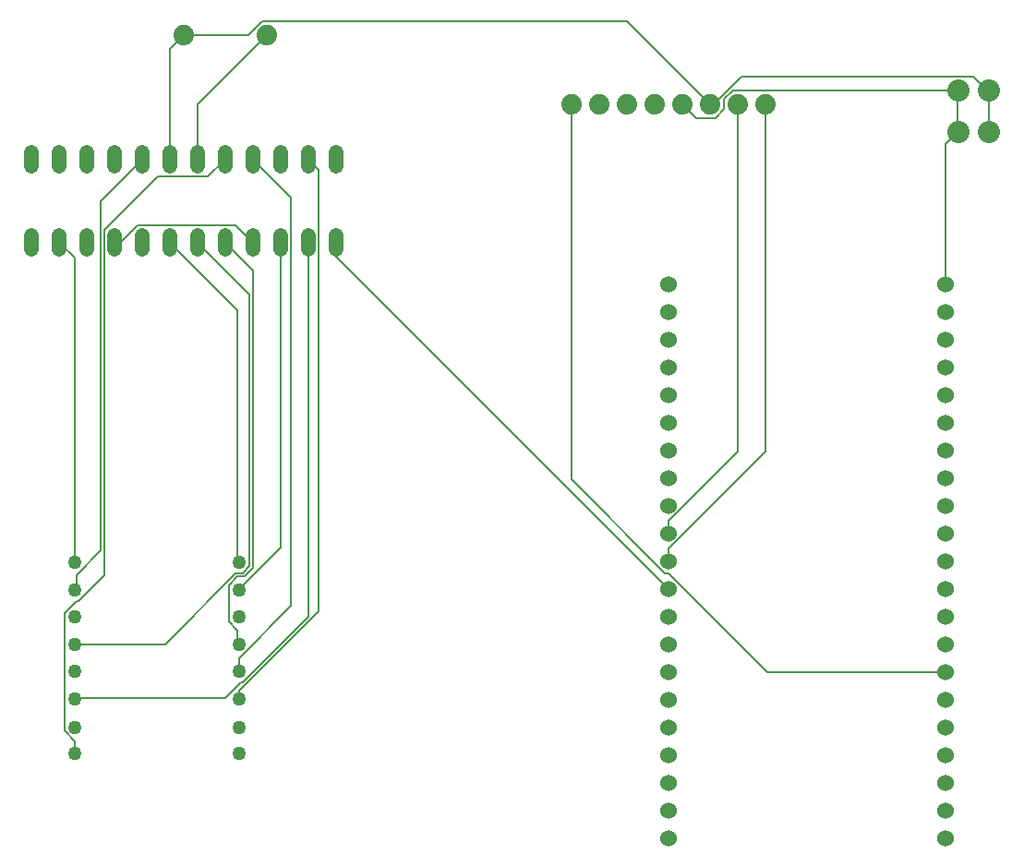
<source format=gbr>
G04 EAGLE Gerber RS-274X export*
G75*
%MOMM*%
%FSLAX34Y34*%
%LPD*%
%INTop Copper*%
%IPPOS*%
%AMOC8*
5,1,8,0,0,1.08239X$1,22.5*%
G01*
%ADD10C,1.320800*%
%ADD11C,1.879600*%
%ADD12C,1.270000*%
%ADD13C,1.530000*%
%ADD14C,2.032000*%
%ADD15C,0.152400*%


D10*
X88900Y564896D02*
X88900Y578104D01*
X114300Y578104D02*
X114300Y564896D01*
X139700Y564896D02*
X139700Y578104D01*
X165100Y578104D02*
X165100Y564896D01*
X190500Y564896D02*
X190500Y578104D01*
X215900Y578104D02*
X215900Y564896D01*
X241300Y564896D02*
X241300Y578104D01*
X266700Y578104D02*
X266700Y564896D01*
X292100Y564896D02*
X292100Y578104D01*
X317500Y578104D02*
X317500Y564896D01*
X342900Y564896D02*
X342900Y578104D01*
X368300Y578104D02*
X368300Y564896D01*
X368300Y641096D02*
X368300Y654304D01*
X342900Y654304D02*
X342900Y641096D01*
X317500Y641096D02*
X317500Y654304D01*
X292100Y654304D02*
X292100Y641096D01*
X266700Y641096D02*
X266700Y654304D01*
X241300Y654304D02*
X241300Y641096D01*
X215900Y641096D02*
X215900Y654304D01*
X190500Y654304D02*
X190500Y641096D01*
X165100Y641096D02*
X165100Y654304D01*
X139700Y654304D02*
X139700Y641096D01*
X114300Y641096D02*
X114300Y654304D01*
X88900Y654304D02*
X88900Y641096D01*
D11*
X584200Y698500D03*
X609600Y698500D03*
X635000Y698500D03*
X660400Y698500D03*
X685800Y698500D03*
X711200Y698500D03*
X736600Y698500D03*
X762000Y698500D03*
X228600Y762000D03*
X304800Y762000D03*
D12*
X278800Y102900D03*
X278800Y126900D03*
X278800Y152900D03*
X278800Y177900D03*
X278800Y202900D03*
X278800Y227900D03*
X278800Y252900D03*
X278800Y277900D03*
X128800Y102900D03*
X128800Y126900D03*
X128800Y152900D03*
X128800Y177900D03*
X128800Y202900D03*
X128800Y227900D03*
X128800Y252900D03*
X128800Y277900D03*
D13*
X673100Y279400D03*
X673100Y304800D03*
X673100Y330200D03*
X673100Y355600D03*
X673100Y381000D03*
X673100Y406400D03*
X673100Y431800D03*
X673100Y457200D03*
X673100Y482600D03*
X673100Y508000D03*
X673100Y533400D03*
X673100Y25400D03*
X673100Y50800D03*
X673100Y76200D03*
X673100Y101600D03*
X673100Y127000D03*
X673100Y152400D03*
X673100Y177800D03*
X673100Y203200D03*
X673100Y228600D03*
X673100Y254000D03*
X927100Y279400D03*
X927100Y304800D03*
X927100Y330200D03*
X927100Y355600D03*
X927100Y381000D03*
X927100Y406400D03*
X927100Y431800D03*
X927100Y457200D03*
X927100Y482600D03*
X927100Y508000D03*
X927100Y533400D03*
X927100Y25400D03*
X927100Y50800D03*
X927100Y76200D03*
X927100Y101600D03*
X927100Y127000D03*
X927100Y152400D03*
X927100Y177800D03*
X927100Y203200D03*
X927100Y228600D03*
X927100Y254000D03*
D14*
X938530Y673100D03*
X966470Y673100D03*
X938530Y711200D03*
X966470Y711200D03*
D15*
X927100Y661988D02*
X927100Y533400D01*
X927100Y661988D02*
X938213Y673100D01*
X938213Y711200D01*
X938213Y673100D02*
X938530Y673100D01*
X169863Y571500D02*
X165100Y571500D01*
X169863Y571500D02*
X185738Y587375D01*
X276225Y587375D01*
X292100Y571500D01*
X731838Y711200D02*
X938213Y711200D01*
X731838Y711200D02*
X723900Y703263D01*
X723900Y693738D01*
X715963Y685800D01*
X698500Y685800D01*
X685800Y698500D01*
X938213Y711200D02*
X938530Y711200D01*
X215900Y749300D02*
X215900Y647700D01*
X215900Y749300D02*
X228600Y762000D01*
X711200Y698500D02*
X714375Y698500D01*
X739775Y723900D01*
X952500Y723900D01*
X965200Y711200D01*
X966470Y711200D01*
X287338Y762000D02*
X228600Y762000D01*
X287338Y762000D02*
X300038Y774700D01*
X635000Y774700D01*
X711200Y698500D01*
X966788Y711200D02*
X966788Y673100D01*
X966788Y711200D02*
X966470Y711200D01*
X966470Y673100D02*
X966788Y673100D01*
X128588Y557213D02*
X128588Y279400D01*
X128588Y557213D02*
X114300Y571500D01*
X128588Y279400D02*
X128800Y277900D01*
X130175Y153988D02*
X266700Y153988D01*
X280988Y168275D01*
X282575Y168275D01*
X342900Y228600D01*
X342900Y571500D01*
X130175Y153988D02*
X128800Y152900D01*
X277813Y279400D02*
X277813Y509588D01*
X215900Y571500D01*
X277813Y279400D02*
X278800Y277900D01*
X211138Y203200D02*
X130175Y203200D01*
X211138Y203200D02*
X276225Y268288D01*
X282575Y268288D01*
X288925Y274638D01*
X288925Y523875D01*
X241300Y571500D01*
X130175Y203200D02*
X128800Y202900D01*
X279400Y254000D02*
X317500Y292100D01*
X317500Y571500D01*
X279400Y254000D02*
X278800Y252900D01*
X277813Y215900D02*
X277813Y203200D01*
X277813Y215900D02*
X269875Y223838D01*
X269875Y257175D01*
X277813Y265113D01*
X284163Y265113D01*
X292100Y273050D01*
X292100Y546100D01*
X266700Y571500D01*
X277813Y203200D02*
X278800Y202900D01*
X279400Y160338D02*
X279400Y153988D01*
X279400Y160338D02*
X352425Y233363D01*
X352425Y638175D01*
X342900Y647700D01*
X279400Y153988D02*
X278800Y152900D01*
X279400Y179388D02*
X279400Y190500D01*
X327025Y238125D01*
X327025Y612775D01*
X292100Y647700D01*
X279400Y179388D02*
X278800Y177900D01*
X130175Y254000D02*
X130175Y266700D01*
X152400Y288925D01*
X152400Y609600D01*
X190500Y647700D01*
X130175Y254000D02*
X128800Y252900D01*
X128588Y114300D02*
X128588Y103188D01*
X128588Y114300D02*
X119063Y123825D01*
X119063Y231775D01*
X130175Y242888D01*
X131763Y242888D01*
X155575Y266700D01*
X155575Y582613D01*
X204788Y631825D01*
X250825Y631825D01*
X266700Y647700D01*
X128588Y103188D02*
X128800Y102900D01*
X763588Y177800D02*
X927100Y177800D01*
X763588Y177800D02*
X673100Y268288D01*
X669925Y268288D01*
X584200Y354013D01*
X584200Y698500D01*
X673100Y315913D02*
X673100Y304800D01*
X673100Y315913D02*
X736600Y379413D01*
X736600Y698500D01*
X673100Y290513D02*
X673100Y279400D01*
X673100Y290513D02*
X762000Y379413D01*
X762000Y698500D01*
X241300Y698500D02*
X241300Y647700D01*
X241300Y698500D02*
X304800Y762000D01*
X368300Y571500D02*
X368300Y558800D01*
X673100Y254000D01*
M02*

</source>
